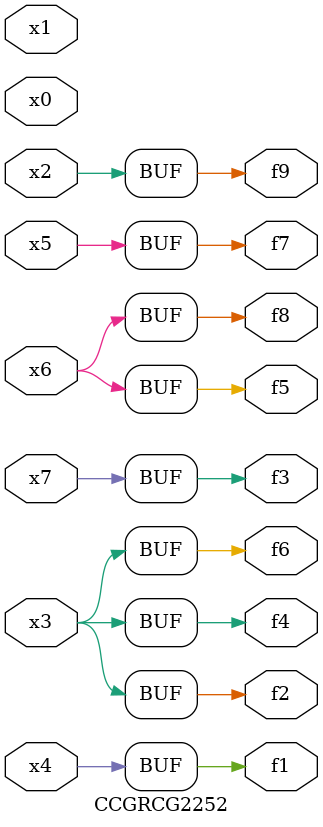
<source format=v>
module CCGRCG2252(
	input x0, x1, x2, x3, x4, x5, x6, x7,
	output f1, f2, f3, f4, f5, f6, f7, f8, f9
);
	assign f1 = x4;
	assign f2 = x3;
	assign f3 = x7;
	assign f4 = x3;
	assign f5 = x6;
	assign f6 = x3;
	assign f7 = x5;
	assign f8 = x6;
	assign f9 = x2;
endmodule

</source>
